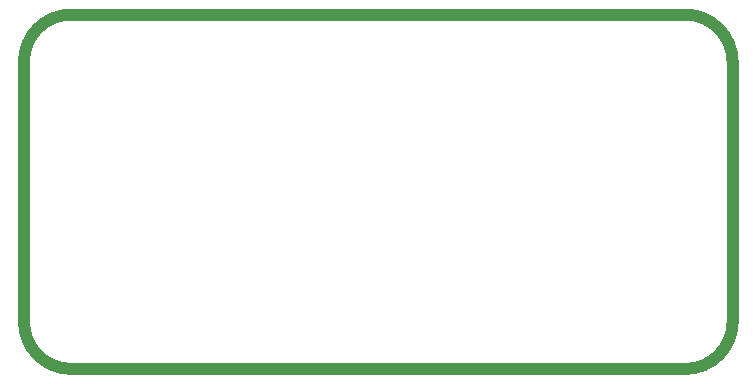
<source format=gbr>
%TF.GenerationSoftware,Altium Limited,Altium Designer,22.11.1 (43)*%
G04 Layer_Color=16711935*
%FSLAX45Y45*%
%MOMM*%
%TF.SameCoordinates,F25CF00E-CD35-404E-9013-36C82019CF52*%
%TF.FilePolarity,Positive*%
%TF.FileFunction,Other,Board*%
%TF.Part,Single*%
G01*
G75*
%TA.AperFunction,NonConductor*%
%ADD65C,1.00000*%
D65*
X400000Y3000000D02*
G03*
X0Y2600000I0J-400000D01*
G01*
Y400000D02*
G03*
X400000Y0I400000J0D01*
G01*
X6000000Y2600000D02*
G03*
X5600000Y3000000I-400000J0D01*
G01*
Y0D02*
G03*
X6000000Y400000I0J400000D01*
G01*
Y2600000D01*
X400000Y3000000D02*
X5600000D01*
X400000Y0D02*
X5600000D01*
X0Y400000D02*
Y2600000D01*
%TF.MD5,2a17db1d5a349d608e80424df8943a30*%
M02*

</source>
